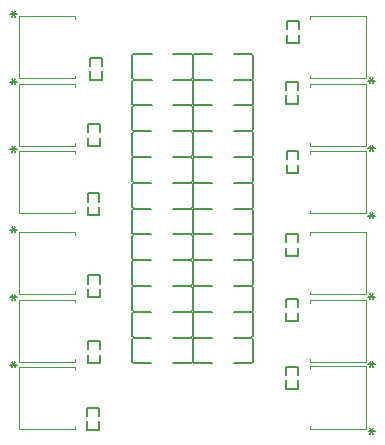
<source format=gto>
G04 Layer: TopSilkscreenLayer*
G04 EasyEDA v6.5.22, 2023-04-03 14:03:43*
G04 87db6ba2ad084763a29da5206ccfc978,3cec5f453c3247449836eb28e2eac2c3,10*
G04 Gerber Generator version 0.2*
G04 Scale: 100 percent, Rotated: No, Reflected: No *
G04 Dimensions in inches *
G04 leading zeros omitted , absolute positions ,3 integer and 6 decimal *
%FSLAX36Y36*%
%MOIN*%

%ADD10C,0.0059*%
%ADD11C,0.0047*%
%ADD12C,0.0060*%

%LPD*%
D10*
X1336000Y933949D02*
G01*
X1357500Y933949D01*
X1341400Y925050D02*
G01*
X1352100Y942849D01*
X1341400Y942849D02*
G01*
X1352100Y925050D01*
X1336000Y933949D02*
G01*
X1357500Y933949D01*
X1341400Y925050D02*
G01*
X1352100Y942849D01*
X1341400Y942849D02*
G01*
X1352100Y925050D01*
X1336000Y1158949D02*
G01*
X1357500Y1158949D01*
X1341400Y1150050D02*
G01*
X1352100Y1167849D01*
X1341400Y1167849D02*
G01*
X1352100Y1150050D01*
X1336000Y1158949D02*
G01*
X1357500Y1158949D01*
X1341400Y1150050D02*
G01*
X1352100Y1167849D01*
X1341400Y1167849D02*
G01*
X1352100Y1150050D01*
X1336000Y1383949D02*
G01*
X1357500Y1383949D01*
X1341400Y1375050D02*
G01*
X1352100Y1392849D01*
X1341400Y1392849D02*
G01*
X1352100Y1375050D01*
X1336000Y1383949D02*
G01*
X1357500Y1383949D01*
X1341400Y1375050D02*
G01*
X1352100Y1392849D01*
X1341400Y1392849D02*
G01*
X1352100Y1375050D01*
X1336499Y216950D02*
G01*
X1358000Y216950D01*
X1341899Y208049D02*
G01*
X1352600Y225850D01*
X1341899Y225850D02*
G01*
X1352600Y208049D01*
X1336499Y216950D02*
G01*
X1358000Y216950D01*
X1341899Y208049D02*
G01*
X1352600Y225850D01*
X1341899Y225850D02*
G01*
X1352600Y208049D01*
X1336000Y438949D02*
G01*
X1357500Y438949D01*
X1341400Y430050D02*
G01*
X1352100Y447849D01*
X1341400Y447849D02*
G01*
X1352100Y430050D01*
X1336000Y438949D02*
G01*
X1357500Y438949D01*
X1341400Y430050D02*
G01*
X1352100Y447849D01*
X1341400Y447849D02*
G01*
X1352100Y430050D01*
X1336000Y663949D02*
G01*
X1357500Y663949D01*
X1341400Y655050D02*
G01*
X1352100Y672849D01*
X1341400Y672849D02*
G01*
X1352100Y655050D01*
X1336000Y663949D02*
G01*
X1357500Y663949D01*
X1341400Y655050D02*
G01*
X1352100Y672849D01*
X1341400Y672849D02*
G01*
X1352100Y655050D01*
X163000Y1156050D02*
G01*
X141500Y1156050D01*
X157600Y1164949D02*
G01*
X146900Y1147150D01*
X157600Y1147150D02*
G01*
X146900Y1164949D01*
X163000Y1156050D02*
G01*
X141500Y1156050D01*
X157600Y1164949D02*
G01*
X146900Y1147150D01*
X157600Y1147150D02*
G01*
X146900Y1164949D01*
X163000Y1381050D02*
G01*
X141500Y1381050D01*
X157600Y1389949D02*
G01*
X146900Y1372150D01*
X157600Y1372150D02*
G01*
X146900Y1389949D01*
X163000Y1381050D02*
G01*
X141500Y1381050D01*
X157600Y1389949D02*
G01*
X146900Y1372150D01*
X157600Y1372150D02*
G01*
X146900Y1389949D01*
X163000Y1606050D02*
G01*
X141500Y1606050D01*
X157600Y1614949D02*
G01*
X146900Y1597150D01*
X157600Y1597150D02*
G01*
X146900Y1614949D01*
X163000Y1606050D02*
G01*
X141500Y1606050D01*
X157600Y1614949D02*
G01*
X146900Y1597150D01*
X157600Y1597150D02*
G01*
X146900Y1614949D01*
X163000Y437049D02*
G01*
X141500Y437049D01*
X157600Y445949D02*
G01*
X146900Y428150D01*
X157600Y428150D02*
G01*
X146900Y445949D01*
X163000Y437049D02*
G01*
X141500Y437049D01*
X157600Y445949D02*
G01*
X146900Y428150D01*
X157600Y428150D02*
G01*
X146900Y445949D01*
X163000Y662049D02*
G01*
X141500Y662049D01*
X157600Y670949D02*
G01*
X146900Y653150D01*
X157600Y653150D02*
G01*
X146900Y670949D01*
X163000Y662049D02*
G01*
X141500Y662049D01*
X157600Y670949D02*
G01*
X146900Y653150D01*
X157600Y653150D02*
G01*
X146900Y670949D01*
X163000Y887049D02*
G01*
X141500Y887049D01*
X157600Y895949D02*
G01*
X146900Y878150D01*
X157600Y878150D02*
G01*
X146900Y895949D01*
X163000Y887049D02*
G01*
X141500Y887049D01*
X157600Y895949D02*
G01*
X146900Y878150D01*
X157600Y878150D02*
G01*
X146900Y895949D01*
D11*
X1141999Y950900D02*
G01*
X1141999Y941500D01*
X1328000Y941500D01*
X1328000Y1148499D01*
X1141999Y1148499D01*
X1141999Y1139099D01*
X1141999Y1175900D02*
G01*
X1141999Y1166500D01*
X1328000Y1166500D01*
X1328000Y1373499D01*
X1141999Y1373499D01*
X1141999Y1364099D01*
X1141999Y1400900D02*
G01*
X1141999Y1391500D01*
X1328000Y1391500D01*
X1328000Y1598499D01*
X1141999Y1598499D01*
X1141999Y1589099D01*
X1142500Y233899D02*
G01*
X1142500Y224499D01*
X1328500Y224499D01*
X1328500Y431500D01*
X1142500Y431500D01*
X1142500Y422100D01*
X1141999Y455900D02*
G01*
X1141999Y446500D01*
X1328000Y446500D01*
X1328000Y653499D01*
X1141999Y653499D01*
X1141999Y644099D01*
X1141999Y680900D02*
G01*
X1141999Y671500D01*
X1328000Y671500D01*
X1328000Y878499D01*
X1141999Y878499D01*
X1141999Y869099D01*
X356999Y1139099D02*
G01*
X356999Y1148499D01*
X170999Y1148499D01*
X170999Y941500D01*
X356999Y941500D01*
X356999Y950900D01*
X356999Y1364099D02*
G01*
X356999Y1373499D01*
X170999Y1373499D01*
X170999Y1166500D01*
X356999Y1166500D01*
X356999Y1175900D01*
X356999Y1589099D02*
G01*
X356999Y1598499D01*
X170999Y1598499D01*
X170999Y1391500D01*
X356999Y1391500D01*
X356999Y1400900D01*
X356999Y420100D02*
G01*
X356999Y429499D01*
X170999Y429499D01*
X170999Y222500D01*
X356999Y222500D01*
X356999Y231900D01*
X356999Y645100D02*
G01*
X356999Y654499D01*
X170999Y654499D01*
X170999Y447500D01*
X356999Y447500D01*
X356999Y456900D01*
X356999Y870100D02*
G01*
X356999Y879499D01*
X170999Y879499D01*
X170999Y672500D01*
X356999Y672500D01*
X356999Y681900D01*
D12*
X1102629Y1104094D02*
G01*
X1102629Y1075824D01*
X1063370Y1075824D01*
X1063370Y1104094D01*
X1102629Y1121905D02*
G01*
X1102629Y1150174D01*
X1063370Y1150174D01*
X1063370Y1121905D01*
X1101629Y1335093D02*
G01*
X1101629Y1306824D01*
X1062370Y1306824D01*
X1062370Y1335093D01*
X1101629Y1352905D02*
G01*
X1101629Y1381174D01*
X1062370Y1381174D01*
X1062370Y1352905D01*
X1103130Y1537593D02*
G01*
X1103130Y1509324D01*
X1063869Y1509324D01*
X1063869Y1537593D01*
X1103130Y1555405D02*
G01*
X1103130Y1583674D01*
X1063869Y1583674D01*
X1063869Y1555405D01*
X1101629Y385093D02*
G01*
X1101629Y356824D01*
X1062370Y356824D01*
X1062370Y385093D01*
X1101629Y402905D02*
G01*
X1101629Y431174D01*
X1062370Y431174D01*
X1062370Y402905D01*
X1101629Y611093D02*
G01*
X1101629Y582824D01*
X1062370Y582824D01*
X1062370Y611093D01*
X1101629Y628906D02*
G01*
X1101629Y657175D01*
X1062370Y657175D01*
X1062370Y628906D01*
X1101629Y827094D02*
G01*
X1101629Y798825D01*
X1062370Y798825D01*
X1062370Y827094D01*
X1101629Y844906D02*
G01*
X1101629Y873175D01*
X1062370Y873175D01*
X1062370Y844906D01*
X400369Y980906D02*
G01*
X400369Y1009175D01*
X439630Y1009175D01*
X439630Y980906D01*
X400369Y963094D02*
G01*
X400369Y934825D01*
X439630Y934825D01*
X439630Y963094D01*
X401370Y1211905D02*
G01*
X401370Y1240174D01*
X440630Y1240174D01*
X440630Y1211905D01*
X401370Y1194094D02*
G01*
X401370Y1165824D01*
X440630Y1165824D01*
X440630Y1194094D01*
X407370Y1432905D02*
G01*
X407370Y1461174D01*
X446630Y1461174D01*
X446630Y1432905D01*
X407370Y1415093D02*
G01*
X407370Y1386824D01*
X446630Y1386824D01*
X446630Y1415093D01*
X399369Y265905D02*
G01*
X399369Y294175D01*
X438629Y294175D01*
X438629Y265905D01*
X399369Y248094D02*
G01*
X399369Y219825D01*
X438629Y219825D01*
X438629Y248094D01*
X401370Y488906D02*
G01*
X401370Y517175D01*
X440630Y517175D01*
X440630Y488906D01*
X401370Y471093D02*
G01*
X401370Y442824D01*
X440630Y442824D01*
X440630Y471093D01*
X401370Y707905D02*
G01*
X401370Y736174D01*
X440630Y736174D01*
X440630Y707905D01*
X401370Y690093D02*
G01*
X401370Y661824D01*
X440630Y661824D01*
X440630Y690093D01*
X945924Y872013D02*
G01*
X887461Y872013D01*
X887461Y785981D02*
G01*
X945924Y785981D01*
X951925Y791981D02*
G01*
X951925Y866014D01*
X756066Y872013D02*
G01*
X814530Y872013D01*
X814530Y785981D02*
G01*
X756066Y785981D01*
X750066Y791981D02*
G01*
X750066Y866014D01*
X945924Y786014D02*
G01*
X887461Y786014D01*
X887461Y699982D02*
G01*
X945924Y699982D01*
X951925Y705981D02*
G01*
X951925Y780014D01*
X756066Y786014D02*
G01*
X814530Y786014D01*
X814530Y699982D02*
G01*
X756066Y699982D01*
X750066Y705981D02*
G01*
X750066Y780014D01*
X554067Y785981D02*
G01*
X612530Y785981D01*
X612530Y872013D02*
G01*
X554067Y872013D01*
X548067Y866014D02*
G01*
X548067Y791981D01*
X743924Y785981D02*
G01*
X685461Y785981D01*
X685461Y872013D02*
G01*
X743924Y872013D01*
X749924Y866014D02*
G01*
X749924Y791981D01*
X554067Y699982D02*
G01*
X612530Y699982D01*
X612530Y786014D02*
G01*
X554067Y786014D01*
X548067Y780014D02*
G01*
X548067Y705981D01*
X743924Y699982D02*
G01*
X685461Y699982D01*
X685461Y786014D02*
G01*
X743924Y786014D01*
X749924Y780014D02*
G01*
X749924Y705981D01*
X945924Y700014D02*
G01*
X887461Y700014D01*
X887461Y613982D02*
G01*
X945924Y613982D01*
X951925Y619982D02*
G01*
X951925Y694014D01*
X756066Y700014D02*
G01*
X814530Y700014D01*
X814530Y613982D02*
G01*
X756066Y613982D01*
X750066Y619982D02*
G01*
X750066Y694014D01*
X946229Y1302015D02*
G01*
X887764Y1302015D01*
X887764Y1215983D02*
G01*
X946229Y1215983D01*
X952228Y1221984D02*
G01*
X952228Y1296015D01*
X756370Y1302015D02*
G01*
X814835Y1302015D01*
X814835Y1215983D02*
G01*
X756370Y1215983D01*
X750371Y1221984D02*
G01*
X750371Y1296015D01*
X946229Y1216015D02*
G01*
X887764Y1216015D01*
X887764Y1129983D02*
G01*
X946229Y1129983D01*
X952228Y1135983D02*
G01*
X952228Y1210016D01*
X756370Y1216015D02*
G01*
X814835Y1216015D01*
X814835Y1129983D02*
G01*
X756370Y1129983D01*
X750371Y1135983D02*
G01*
X750371Y1210016D01*
X946229Y1130016D02*
G01*
X887764Y1130016D01*
X887764Y1043984D02*
G01*
X946229Y1043984D01*
X952228Y1049983D02*
G01*
X952228Y1124016D01*
X756370Y1130016D02*
G01*
X814835Y1130016D01*
X814835Y1043984D02*
G01*
X756370Y1043984D01*
X750371Y1049983D02*
G01*
X750371Y1124016D01*
X945924Y614014D02*
G01*
X887461Y614014D01*
X887461Y527982D02*
G01*
X945924Y527982D01*
X951925Y533982D02*
G01*
X951925Y608013D01*
X756066Y614014D02*
G01*
X814530Y614014D01*
X814530Y527982D02*
G01*
X756066Y527982D01*
X750066Y533982D02*
G01*
X750066Y608013D01*
X554067Y527982D02*
G01*
X612530Y527982D01*
X612530Y614014D02*
G01*
X554067Y614014D01*
X548067Y608013D02*
G01*
X548067Y533982D01*
X743924Y527982D02*
G01*
X685461Y527982D01*
X685461Y614014D02*
G01*
X743924Y614014D01*
X749924Y608013D02*
G01*
X749924Y533982D01*
X554371Y1215983D02*
G01*
X612835Y1215983D01*
X612835Y1302015D02*
G01*
X554371Y1302015D01*
X548371Y1296015D02*
G01*
X548371Y1221984D01*
X744229Y1215983D02*
G01*
X685765Y1215983D01*
X685765Y1302015D02*
G01*
X744229Y1302015D01*
X750228Y1296015D02*
G01*
X750228Y1221984D01*
X554371Y1129983D02*
G01*
X612835Y1129983D01*
X612835Y1216015D02*
G01*
X554371Y1216015D01*
X548371Y1210016D02*
G01*
X548371Y1135983D01*
X744229Y1129983D02*
G01*
X685765Y1129983D01*
X685765Y1216015D02*
G01*
X744229Y1216015D01*
X750228Y1210016D02*
G01*
X750228Y1135983D01*
X554371Y1043984D02*
G01*
X612835Y1043984D01*
X612835Y1130016D02*
G01*
X554371Y1130016D01*
X548371Y1124016D02*
G01*
X548371Y1049983D01*
X744229Y1043984D02*
G01*
X685765Y1043984D01*
X685765Y1130016D02*
G01*
X744229Y1130016D01*
X750228Y1124016D02*
G01*
X750228Y1049983D01*
X554371Y957984D02*
G01*
X612835Y957984D01*
X612835Y1044016D02*
G01*
X554371Y1044016D01*
X548371Y1038015D02*
G01*
X548371Y963984D01*
X744229Y957984D02*
G01*
X685765Y957984D01*
X685765Y1044016D02*
G01*
X744229Y1044016D01*
X750228Y1038015D02*
G01*
X750228Y963984D01*
X945924Y528013D02*
G01*
X887461Y528013D01*
X887461Y441981D02*
G01*
X945924Y441981D01*
X951925Y447982D02*
G01*
X951925Y522013D01*
X756066Y528013D02*
G01*
X814530Y528013D01*
X814530Y441981D02*
G01*
X756066Y441981D01*
X750066Y447982D02*
G01*
X750066Y522013D01*
X946229Y958015D02*
G01*
X887764Y958015D01*
X887764Y871984D02*
G01*
X946229Y871984D01*
X952228Y877984D02*
G01*
X952228Y952015D01*
X756370Y958015D02*
G01*
X814835Y958015D01*
X814835Y871984D02*
G01*
X756370Y871984D01*
X750371Y877984D02*
G01*
X750371Y952015D01*
X554371Y871984D02*
G01*
X612835Y871984D01*
X612835Y958015D02*
G01*
X554371Y958015D01*
X548371Y952015D02*
G01*
X548371Y877984D01*
X744229Y871984D02*
G01*
X685765Y871984D01*
X685765Y958015D02*
G01*
X744229Y958015D01*
X750228Y952015D02*
G01*
X750228Y877984D01*
X554771Y1301984D02*
G01*
X613234Y1301984D01*
X613234Y1388015D02*
G01*
X554771Y1388015D01*
X548771Y1382015D02*
G01*
X548771Y1307984D01*
X744628Y1301984D02*
G01*
X686165Y1301984D01*
X686165Y1388015D02*
G01*
X744628Y1388015D01*
X750628Y1382015D02*
G01*
X750628Y1307984D01*
X554771Y1387984D02*
G01*
X613234Y1387984D01*
X613234Y1474016D02*
G01*
X554771Y1474016D01*
X548771Y1468015D02*
G01*
X548771Y1393984D01*
X744628Y1387984D02*
G01*
X686165Y1387984D01*
X686165Y1474016D02*
G01*
X744628Y1474016D01*
X750628Y1468015D02*
G01*
X750628Y1393984D01*
X946229Y1474016D02*
G01*
X887764Y1474016D01*
X887764Y1387984D02*
G01*
X946229Y1387984D01*
X952228Y1393984D02*
G01*
X952228Y1468015D01*
X756370Y1474016D02*
G01*
X814835Y1474016D01*
X814835Y1387984D02*
G01*
X756370Y1387984D01*
X750371Y1393984D02*
G01*
X750371Y1468015D01*
X756370Y1301984D02*
G01*
X814835Y1301984D01*
X814835Y1388015D02*
G01*
X756370Y1388015D01*
X750371Y1382015D02*
G01*
X750371Y1307984D01*
X946229Y1301984D02*
G01*
X887764Y1301984D01*
X887764Y1388015D02*
G01*
X946229Y1388015D01*
X952228Y1382015D02*
G01*
X952228Y1307984D01*
X743924Y700014D02*
G01*
X685461Y700014D01*
X685461Y613982D02*
G01*
X743924Y613982D01*
X749924Y619982D02*
G01*
X749924Y694014D01*
X554067Y700014D02*
G01*
X612530Y700014D01*
X612530Y613982D02*
G01*
X554067Y613982D01*
X548067Y619982D02*
G01*
X548067Y694014D01*
X743924Y528013D02*
G01*
X685461Y528013D01*
X685461Y441981D02*
G01*
X743924Y441981D01*
X749924Y447982D02*
G01*
X749924Y522013D01*
X554067Y528013D02*
G01*
X612530Y528013D01*
X612530Y441981D02*
G01*
X554067Y441981D01*
X548067Y447982D02*
G01*
X548067Y522013D01*
X756370Y957984D02*
G01*
X814835Y957984D01*
X814835Y1044016D02*
G01*
X756370Y1044016D01*
X750371Y1038015D02*
G01*
X750371Y963984D01*
X946229Y957984D02*
G01*
X887764Y957984D01*
X887764Y1044016D02*
G01*
X946229Y1044016D01*
X952228Y1038015D02*
G01*
X952228Y963984D01*
G75*
G01*
X945925Y785982D02*
G03*
X951925Y791982I0J6000D01*
G75*
G01*
X951925Y866014D02*
G03*
X945925Y872014I-6000J0D01*
G75*
G01*
X756067Y785982D02*
G02*
X750067Y791982I0J6000D01*
G75*
G01*
X750067Y866014D02*
G02*
X756067Y872014I6000J0D01*
G75*
G01*
X945925Y699982D02*
G03*
X951925Y705982I0J6000D01*
G75*
G01*
X951925Y780014D02*
G03*
X945925Y786014I-6000J0D01*
G75*
G01*
X756067Y699982D02*
G02*
X750067Y705982I0J6000D01*
G75*
G01*
X750067Y780014D02*
G02*
X756067Y786014I6000J0D01*
G75*
G01*
X554067Y872014D02*
G03*
X548067Y866014I0J-6000D01*
G75*
G01*
X548067Y791982D02*
G03*
X554067Y785982I6000J0D01*
G75*
G01*
X743925Y872014D02*
G02*
X749925Y866014I0J-6000D01*
G75*
G01*
X749925Y791982D02*
G02*
X743925Y785982I-6000J0D01*
G75*
G01*
X554067Y786014D02*
G03*
X548067Y780014I0J-6000D01*
G75*
G01*
X548067Y705982D02*
G03*
X554067Y699982I6000J0D01*
G75*
G01*
X743925Y786014D02*
G02*
X749925Y780014I0J-6000D01*
G75*
G01*
X749925Y705982D02*
G02*
X743925Y699982I-6000J0D01*
G75*
G01*
X945925Y613982D02*
G03*
X951925Y619982I0J6000D01*
G75*
G01*
X951925Y694014D02*
G03*
X945925Y700014I-6000J0D01*
G75*
G01*
X756067Y613982D02*
G02*
X750067Y619982I0J6000D01*
G75*
G01*
X750067Y694014D02*
G02*
X756067Y700014I6000J0D01*
G75*
G01*
X946229Y1215984D02*
G03*
X952229Y1221984I0J6000D01*
G75*
G01*
X952229Y1296016D02*
G03*
X946229Y1302016I-6000J0D01*
G75*
G01*
X756371Y1215984D02*
G02*
X750371Y1221984I0J6000D01*
G75*
G01*
X750371Y1296016D02*
G02*
X756371Y1302016I6000J0D01*
G75*
G01*
X946229Y1129984D02*
G03*
X952229Y1135984I0J6000D01*
G75*
G01*
X952229Y1210016D02*
G03*
X946229Y1216016I-6000J0D01*
G75*
G01*
X756371Y1129984D02*
G02*
X750371Y1135984I0J6000D01*
G75*
G01*
X750371Y1210016D02*
G02*
X756371Y1216016I6000J0D01*
G75*
G01*
X946229Y1043984D02*
G03*
X952229Y1049984I0J6000D01*
G75*
G01*
X952229Y1124016D02*
G03*
X946229Y1130016I-6000J0D01*
G75*
G01*
X756371Y1043984D02*
G02*
X750371Y1049984I0J6000D01*
G75*
G01*
X750371Y1124016D02*
G02*
X756371Y1130016I6000J0D01*
G75*
G01*
X945925Y527982D02*
G03*
X951925Y533982I0J6000D01*
G75*
G01*
X951925Y608014D02*
G03*
X945925Y614014I-6000J0D01*
G75*
G01*
X756067Y527982D02*
G02*
X750067Y533982I0J6000D01*
G75*
G01*
X750067Y608014D02*
G02*
X756067Y614014I6000J0D01*
G75*
G01*
X554067Y614014D02*
G03*
X548067Y608014I0J-6000D01*
G75*
G01*
X548067Y533982D02*
G03*
X554067Y527982I6000J0D01*
G75*
G01*
X743925Y614014D02*
G02*
X749925Y608014I0J-6000D01*
G75*
G01*
X749925Y533982D02*
G02*
X743925Y527982I-6000J0D01*
G75*
G01*
X554371Y1302016D02*
G03*
X548371Y1296016I0J-6000D01*
G75*
G01*
X548371Y1221984D02*
G03*
X554371Y1215984I6000J0D01*
G75*
G01*
X744229Y1302016D02*
G02*
X750229Y1296016I0J-6000D01*
G75*
G01*
X750229Y1221984D02*
G02*
X744229Y1215984I-6000J0D01*
G75*
G01*
X554371Y1216016D02*
G03*
X548371Y1210016I0J-6000D01*
G75*
G01*
X548371Y1135984D02*
G03*
X554371Y1129984I6000J0D01*
G75*
G01*
X744229Y1216016D02*
G02*
X750229Y1210016I0J-6000D01*
G75*
G01*
X750229Y1135984D02*
G02*
X744229Y1129984I-6000J0D01*
G75*
G01*
X554371Y1130016D02*
G03*
X548371Y1124016I0J-6000D01*
G75*
G01*
X548371Y1049984D02*
G03*
X554371Y1043984I6000J0D01*
G75*
G01*
X744229Y1130016D02*
G02*
X750229Y1124016I0J-6000D01*
G75*
G01*
X750229Y1049984D02*
G02*
X744229Y1043984I-6000J0D01*
G75*
G01*
X554371Y1044016D02*
G03*
X548371Y1038016I0J-6000D01*
G75*
G01*
X548371Y963984D02*
G03*
X554371Y957984I6000J0D01*
G75*
G01*
X744229Y1044016D02*
G02*
X750229Y1038016I0J-6000D01*
G75*
G01*
X750229Y963984D02*
G02*
X744229Y957984I-6000J0D01*
G75*
G01*
X945925Y441982D02*
G03*
X951925Y447982I0J6000D01*
G75*
G01*
X951925Y522014D02*
G03*
X945925Y528014I-6000J0D01*
G75*
G01*
X756067Y441982D02*
G02*
X750067Y447982I0J6000D01*
G75*
G01*
X750067Y522014D02*
G02*
X756067Y528014I6000J0D01*
G75*
G01*
X946229Y871984D02*
G03*
X952229Y877984I0J6000D01*
G75*
G01*
X952229Y952016D02*
G03*
X946229Y958016I-6000J0D01*
G75*
G01*
X756371Y871984D02*
G02*
X750371Y877984I0J6000D01*
G75*
G01*
X750371Y952016D02*
G02*
X756371Y958016I6000J0D01*
G75*
G01*
X554371Y958016D02*
G03*
X548371Y952016I0J-6000D01*
G75*
G01*
X548371Y877984D02*
G03*
X554371Y871984I6000J0D01*
G75*
G01*
X744229Y958016D02*
G02*
X750229Y952016I0J-6000D01*
G75*
G01*
X750229Y877984D02*
G02*
X744229Y871984I-6000J0D01*
G75*
G01*
X554771Y1388016D02*
G03*
X548771Y1382016I0J-6000D01*
G75*
G01*
X548771Y1307984D02*
G03*
X554771Y1301984I6000J0D01*
G75*
G01*
X744629Y1388016D02*
G02*
X750629Y1382016I0J-6000D01*
G75*
G01*
X750629Y1307984D02*
G02*
X744629Y1301984I-6000J0D01*
G75*
G01*
X554771Y1474016D02*
G03*
X548771Y1468016I0J-6000D01*
G75*
G01*
X548771Y1393984D02*
G03*
X554771Y1387984I6000J0D01*
G75*
G01*
X744629Y1474016D02*
G02*
X750629Y1468016I0J-6000D01*
G75*
G01*
X750629Y1393984D02*
G02*
X744629Y1387984I-6000J0D01*
G75*
G01*
X946229Y1387984D02*
G03*
X952229Y1393984I0J6000D01*
G75*
G01*
X952229Y1468016D02*
G03*
X946229Y1474016I-6000J0D01*
G75*
G01*
X756371Y1387984D02*
G02*
X750371Y1393984I0J6000D01*
G75*
G01*
X750371Y1468016D02*
G02*
X756371Y1474016I6000J0D01*
G75*
G01*
X756371Y1388016D02*
G03*
X750371Y1382016I0J-6000D01*
G75*
G01*
X750371Y1307984D02*
G03*
X756371Y1301984I6000J0D01*
G75*
G01*
X946229Y1388016D02*
G02*
X952229Y1382016I0J-6000D01*
G75*
G01*
X952229Y1307984D02*
G02*
X946229Y1301984I-6000J0D01*
G75*
G01*
X743925Y613982D02*
G03*
X749925Y619982I0J6000D01*
G75*
G01*
X749925Y694014D02*
G03*
X743925Y700014I-6000J0D01*
G75*
G01*
X554067Y613982D02*
G02*
X548067Y619982I0J6000D01*
G75*
G01*
X548067Y694014D02*
G02*
X554067Y700014I6000J0D01*
G75*
G01*
X743925Y441982D02*
G03*
X749925Y447982I0J6000D01*
G75*
G01*
X749925Y522014D02*
G03*
X743925Y528014I-6000J0D01*
G75*
G01*
X554067Y441982D02*
G02*
X548067Y447982I0J6000D01*
G75*
G01*
X548067Y522014D02*
G02*
X554067Y528014I6000J0D01*
G75*
G01*
X756371Y1044016D02*
G03*
X750371Y1038016I0J-6000D01*
G75*
G01*
X750371Y963984D02*
G03*
X756371Y957984I6000J0D01*
G75*
G01*
X946229Y1044016D02*
G02*
X952229Y1038016I0J-6000D01*
G75*
G01*
X952229Y963984D02*
G02*
X946229Y957984I-6000J0D01*
M02*

</source>
